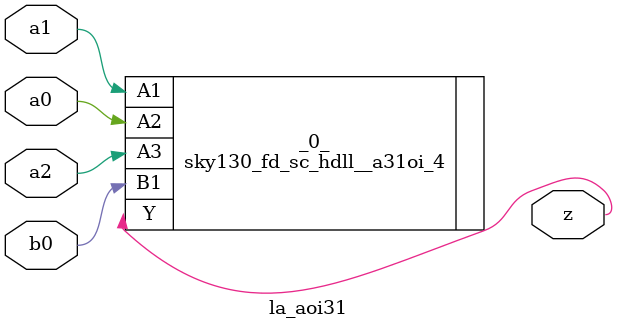
<source format=v>

/* Generated by Yosys 0.44 (git sha1 80ba43d26, g++ 11.4.0-1ubuntu1~22.04 -fPIC -O3) */

(* top =  1  *)
(* src = "inputs/la_aoi31.v:10.1-22.10" *)
module la_aoi31 (
    a0,
    a1,
    a2,
    b0,
    z
);
  (* src = "inputs/la_aoi31.v:13.12-13.14" *)
  input a0;
  wire a0;
  (* src = "inputs/la_aoi31.v:14.12-14.14" *)
  input a1;
  wire a1;
  (* src = "inputs/la_aoi31.v:15.12-15.14" *)
  input a2;
  wire a2;
  (* src = "inputs/la_aoi31.v:16.12-16.14" *)
  input b0;
  wire b0;
  (* src = "inputs/la_aoi31.v:17.12-17.13" *)
  output z;
  wire z;
  sky130_fd_sc_hdll__a31oi_4 _0_ (
      .A1(a1),
      .A2(a0),
      .A3(a2),
      .B1(b0),
      .Y (z)
  );
endmodule

</source>
